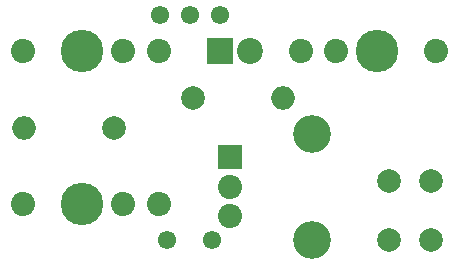
<source format=gbr>
G04 #@! TF.GenerationSoftware,KiCad,Pcbnew,(5.0.0)*
G04 #@! TF.CreationDate,2018-08-26T21:31:10+02:00*
G04 #@! TF.ProjectId,1u_lpg,31755F6C70672E6B696361645F706362,rev?*
G04 #@! TF.SameCoordinates,Original*
G04 #@! TF.FileFunction,Soldermask,Bot*
G04 #@! TF.FilePolarity,Negative*
%FSLAX46Y46*%
G04 Gerber Fmt 4.6, Leading zero omitted, Abs format (unit mm)*
G04 Created by KiCad (PCBNEW (5.0.0)) date 08/26/18 21:31:10*
%MOMM*%
%LPD*%
G01*
G04 APERTURE LIST*
%ADD10C,1.550000*%
%ADD11C,2.200000*%
%ADD12R,2.200000X2.200000*%
%ADD13C,2.048460*%
%ADD14C,3.600000*%
%ADD15R,2.048460X2.048460*%
%ADD16C,3.194000*%
%ADD17C,2.000000*%
%ADD18O,2.000000X2.000000*%
G04 APERTURE END LIST*
D10*
G04 #@! TO.C,U1*
X17500000Y-20500000D03*
X18140000Y-1500000D03*
X13060000Y-1500000D03*
X13700000Y-20500000D03*
X15600000Y-1500000D03*
G04 #@! TD*
D11*
G04 #@! TO.C,D1*
X20750000Y-4500000D03*
D12*
X18210000Y-4500000D03*
G04 #@! TD*
D13*
G04 #@! TO.C,J_CV_1*
X1501280Y-17500000D03*
X9997580Y-17500000D03*
X12999860Y-17500000D03*
D14*
X6500000Y-17500000D03*
G04 #@! TD*
G04 #@! TO.C,J_IN_1*
X6500000Y-4500000D03*
D13*
X12999860Y-4500000D03*
X9997580Y-4500000D03*
X1501280Y-4500000D03*
G04 #@! TD*
G04 #@! TO.C,J_OUT_1*
X36498720Y-4500000D03*
X28002420Y-4500000D03*
X25000140Y-4500000D03*
D14*
X31500000Y-4500000D03*
G04 #@! TD*
D15*
G04 #@! TO.C,RV1*
X19002300Y-13500640D03*
D13*
X19002300Y-16000000D03*
X19002300Y-18499360D03*
D16*
X26000000Y-11501660D03*
X26000000Y-20498340D03*
G04 #@! TD*
D17*
G04 #@! TO.C,R_VAC_1*
X9200000Y-11000000D03*
D18*
X1580000Y-11000000D03*
G04 #@! TD*
G04 #@! TO.C,R_LED_1*
X23500000Y-8500000D03*
D17*
X15880000Y-8500000D03*
G04 #@! TD*
G04 #@! TO.C,C1*
X32500000Y-20500000D03*
X32500000Y-15500000D03*
G04 #@! TD*
G04 #@! TO.C,C2*
X36000000Y-15500000D03*
X36000000Y-20500000D03*
G04 #@! TD*
M02*

</source>
